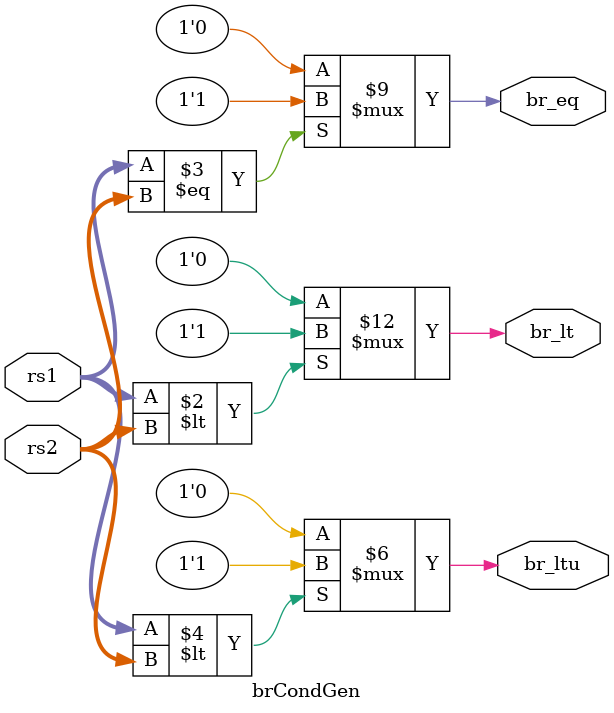
<source format=sv>
`timescale 1ns / 1ps


module brCondGen(
    input [31:0] rs1,
    input [31:0] rs2,
    output logic br_eq,
    output logic br_lt,
    output logic br_ltu
    );
    
	always_comb
	begin
		br_lt = 0;
		br_eq = 0;
		br_ltu = 0;
		if($signed(rs1) < $signed(rs2)) br_lt = 1;
		if(rs1 == rs2) br_eq = 1;
		if(rs1 < rs2) br_ltu = 1;
	end	
    
    
    
    
endmodule

</source>
